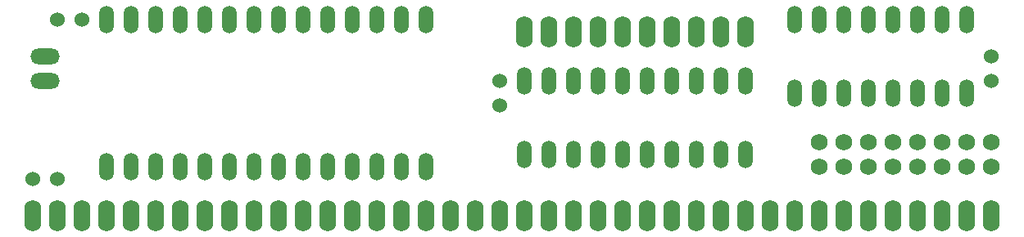
<source format=gbr>
%TF.GenerationSoftware,KiCad,Pcbnew,5.1.6*%
%TF.CreationDate,2020-10-23T20:35:42+02:00*%
%TF.ProjectId,RC2014 Real-Time Clock and IO,52433230-3134-4205-9265-616c2d54696d,rev?*%
%TF.SameCoordinates,Original*%
%TF.FileFunction,Soldermask,Top*%
%TF.FilePolarity,Negative*%
%FSLAX46Y46*%
G04 Gerber Fmt 4.6, Leading zero omitted, Abs format (unit mm)*
G04 Created by KiCad (PCBNEW 5.1.6) date 2020-10-23 20:35:42*
%MOMM*%
%LPD*%
G01*
G04 APERTURE LIST*
%ADD10O,1.524000X2.844800*%
%ADD11C,1.524000*%
%ADD12C,1.727200*%
%ADD13O,1.727200X3.251200*%
%ADD14O,3.048000X1.625600*%
G04 APERTURE END LIST*
D10*
%TO.C,IC1*%
X195021100Y-103728600D03*
X192481100Y-103728600D03*
X189941100Y-103728600D03*
X187401100Y-103728600D03*
X184861100Y-103728600D03*
X182321100Y-103728600D03*
X179781100Y-103728600D03*
X177241100Y-103728600D03*
X184861100Y-96108600D03*
X182321100Y-96108600D03*
X187401100Y-96108600D03*
X189941100Y-96108600D03*
X177241100Y-96108600D03*
X179781100Y-96108600D03*
X192481100Y-96108600D03*
X195021100Y-96108600D03*
%TD*%
D11*
%TO.C,Q1*%
X101041100Y-112618600D03*
X98501100Y-112618600D03*
%TD*%
D12*
%TO.C,SV1*%
X197561100Y-108808600D03*
X195021100Y-108808600D03*
X197561100Y-111348600D03*
X195021100Y-111348600D03*
X192481100Y-108808600D03*
X189941100Y-108808600D03*
X187401100Y-108808600D03*
X184861100Y-108808600D03*
X182321100Y-108808600D03*
X179781100Y-108808600D03*
X192481100Y-111348600D03*
X189941100Y-111348600D03*
X187401100Y-111348600D03*
X184861100Y-111348600D03*
X182321100Y-111348600D03*
X179781100Y-111348600D03*
%TD*%
D10*
%TO.C,IC3*%
X106121100Y-96108600D03*
X108661100Y-96108600D03*
X111201100Y-96108600D03*
X113741100Y-96108600D03*
X116281100Y-96108600D03*
X118821100Y-96108600D03*
X121361100Y-96108600D03*
X123901100Y-96108600D03*
X126441100Y-96108600D03*
X128981100Y-96108600D03*
X131521100Y-96108600D03*
X134061100Y-96108600D03*
X136601100Y-96108600D03*
X139141100Y-96108600D03*
X139141100Y-111348600D03*
X136601100Y-111348600D03*
X134061100Y-111348600D03*
X131521100Y-111348600D03*
X128981100Y-111348600D03*
X126441100Y-111348600D03*
X123901100Y-111348600D03*
X121361100Y-111348600D03*
X118821100Y-111348600D03*
X116281100Y-111348600D03*
X113741100Y-111348600D03*
X111201100Y-111348600D03*
X108661100Y-111348600D03*
X106121100Y-111348600D03*
%TD*%
D13*
%TO.C,CON1*%
X149301100Y-116428600D03*
X151841100Y-116428600D03*
X154381100Y-116428600D03*
X156921100Y-116428600D03*
X159461100Y-116428600D03*
X162001100Y-116428600D03*
X164541100Y-116428600D03*
X167081100Y-116428600D03*
X169621100Y-116428600D03*
X172161100Y-116428600D03*
X174701100Y-116428600D03*
X177241100Y-116428600D03*
X179781100Y-116428600D03*
X182321100Y-116428600D03*
X184861100Y-116428600D03*
X187401100Y-116428600D03*
X189941100Y-116428600D03*
X192481100Y-116428600D03*
X195021100Y-116428600D03*
X197561100Y-116428600D03*
X103581100Y-116428600D03*
X98501100Y-116428600D03*
X101041100Y-116428600D03*
X106121100Y-116428600D03*
X108661100Y-116428600D03*
X111201100Y-116428600D03*
X113741100Y-116428600D03*
X116281100Y-116428600D03*
X118821100Y-116428600D03*
X121361100Y-116428600D03*
X123901100Y-116428600D03*
X126441100Y-116428600D03*
X128981100Y-116428600D03*
X131521100Y-116428600D03*
X134061100Y-116428600D03*
X136601100Y-116428600D03*
X139141100Y-116428600D03*
X141681100Y-116428600D03*
X144221100Y-116428600D03*
X146761100Y-116428600D03*
%TD*%
D10*
%TO.C,IC2*%
X149301100Y-102458600D03*
X151841100Y-102458600D03*
X154381100Y-102458600D03*
X156921100Y-102458600D03*
X159461100Y-102458600D03*
X162001100Y-102458600D03*
X164541100Y-102458600D03*
X167081100Y-102458600D03*
X169621100Y-102458600D03*
X172161100Y-102458600D03*
X172161100Y-110078600D03*
X169621100Y-110078600D03*
X159461100Y-110078600D03*
X162001100Y-110078600D03*
X156921100Y-110078600D03*
X154381100Y-110078600D03*
X167081100Y-110078600D03*
X164541100Y-110078600D03*
X151841100Y-110078600D03*
X149301100Y-110078600D03*
%TD*%
D14*
%TO.C,JP1*%
X99771100Y-102458600D03*
X99771100Y-99918600D03*
%TD*%
D13*
%TO.C,SV2*%
X172161100Y-97378600D03*
X169621100Y-97378600D03*
X167081100Y-97378600D03*
X164541100Y-97378600D03*
X162001100Y-97378600D03*
X159461100Y-97378600D03*
X156921100Y-97378600D03*
X154381100Y-97378600D03*
X151841100Y-97378600D03*
X149301100Y-97378600D03*
%TD*%
D11*
%TO.C,C1*%
X101041100Y-96108600D03*
X103581100Y-96108600D03*
%TD*%
%TO.C,C2*%
X146761100Y-104998600D03*
X146761100Y-102458600D03*
%TD*%
%TO.C,C3*%
X197561100Y-99918600D03*
X197561100Y-102458600D03*
%TD*%
M02*

</source>
